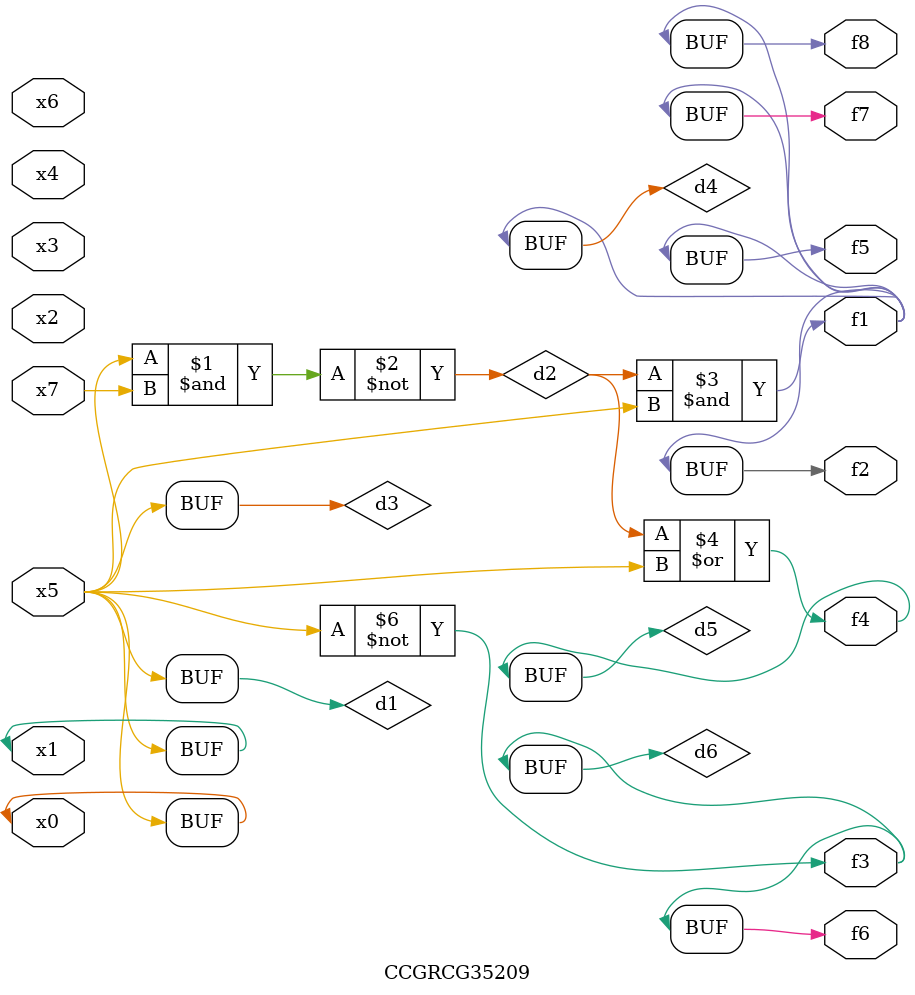
<source format=v>
module CCGRCG35209(
	input x0, x1, x2, x3, x4, x5, x6, x7,
	output f1, f2, f3, f4, f5, f6, f7, f8
);

	wire d1, d2, d3, d4, d5, d6;

	buf (d1, x0, x5);
	nand (d2, x5, x7);
	buf (d3, x0, x1);
	and (d4, d2, d3);
	or (d5, d2, d3);
	nor (d6, d1, d3);
	assign f1 = d4;
	assign f2 = d4;
	assign f3 = d6;
	assign f4 = d5;
	assign f5 = d4;
	assign f6 = d6;
	assign f7 = d4;
	assign f8 = d4;
endmodule

</source>
